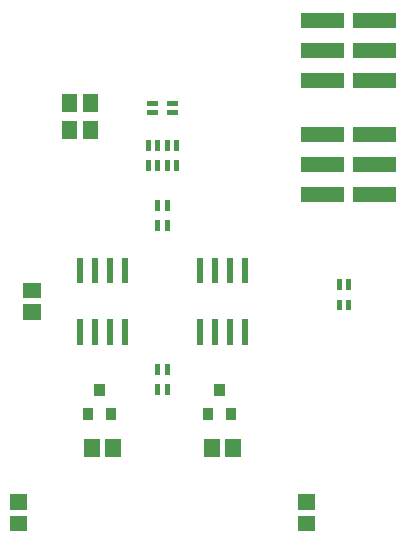
<source format=gbr>
G04 start of page 10 for group -4015 idx -4015 *
G04 Title: (unknown), toppaste *
G04 Creator: pcb 20140316 *
G04 CreationDate: Fri 13 Apr 2018 03:31:12 AM GMT UTC *
G04 For: railfan *
G04 Format: Gerber/RS-274X *
G04 PCB-Dimensions (mil): 2100.00 2700.00 *
G04 PCB-Coordinate-Origin: lower left *
%MOIN*%
%FSLAX25Y25*%
%LNTOPPASTE*%
%ADD62R,0.0500X0.0500*%
%ADD61R,0.0200X0.0200*%
%ADD60R,0.0340X0.0340*%
%ADD59R,0.0512X0.0512*%
%ADD58R,0.0167X0.0167*%
G54D58*X86575Y75783D02*Y73913D01*
X83425Y75783D02*Y73913D01*
Y69087D02*Y67217D01*
X86575Y69087D02*Y67217D01*
X87413Y160425D02*X89283D01*
X87413Y163575D02*X89283D01*
X80717D02*X82587D01*
X80717Y160425D02*X82587D01*
X89724Y150283D02*Y148413D01*
X86575Y150283D02*Y148413D01*
X83425Y150283D02*Y148413D01*
X80276Y150283D02*Y148413D01*
Y143587D02*Y141717D01*
X83425Y143587D02*Y141717D01*
X86575Y143587D02*Y141717D01*
X89724Y143587D02*Y141717D01*
G54D59*X101457Y48893D02*Y48107D01*
X108543Y48893D02*Y48107D01*
X61457Y48893D02*Y48107D01*
X68543Y48893D02*Y48107D01*
G54D60*X100100Y60100D02*Y59500D01*
X107900Y60100D02*Y59500D01*
X104000Y68300D02*Y67700D01*
X60100Y60100D02*Y59500D01*
X67900Y60100D02*Y59500D01*
X64000Y68300D02*Y67700D01*
G54D58*X86575Y130283D02*Y128413D01*
X83425Y130283D02*Y128413D01*
Y123587D02*Y121717D01*
X86575Y123587D02*Y121717D01*
G54D59*X41107Y101043D02*X41893D01*
X41107Y93957D02*X41893D01*
G54D61*X112500Y111000D02*Y104500D01*
X107500Y111000D02*Y104500D01*
X102500Y111000D02*Y104500D01*
X97500Y111000D02*Y104500D01*
Y90500D02*Y84000D01*
X102500Y90500D02*Y84000D01*
X107500Y90500D02*Y84000D01*
X112500Y90500D02*Y84000D01*
X72500Y111000D02*Y104500D01*
X67500Y111000D02*Y104500D01*
X62500Y111000D02*Y104500D01*
X57500Y111000D02*Y104500D01*
Y90500D02*Y84000D01*
X62500Y90500D02*Y84000D01*
X67500Y90500D02*Y84000D01*
X72500Y90500D02*Y84000D01*
G54D59*X61043Y163893D02*Y163107D01*
X53957Y163893D02*Y163107D01*
X61043Y154893D02*Y154107D01*
X53957Y154893D02*Y154107D01*
G54D62*X150996Y171000D02*X160484D01*
X150996Y181000D02*X160484D01*
X150996Y191000D02*X160484D01*
X133516D02*X143004D01*
X133516Y181000D02*X143004D01*
X133516Y171000D02*X143004D01*
X150996Y133000D02*X160484D01*
X150996Y143000D02*X160484D01*
X150996Y153000D02*X160484D01*
X133516D02*X143004D01*
X133516Y143000D02*X143004D01*
X133516Y133000D02*X143004D01*
G54D59*X36607Y23457D02*X37393D01*
X36607Y30543D02*X37393D01*
X132607Y23457D02*X133393D01*
X132607Y30543D02*X133393D01*
G54D58*X147000Y103935D02*Y102065D01*
X143850Y103935D02*Y102065D01*
Y97239D02*Y95369D01*
X147000Y97239D02*Y95369D01*
M02*

</source>
